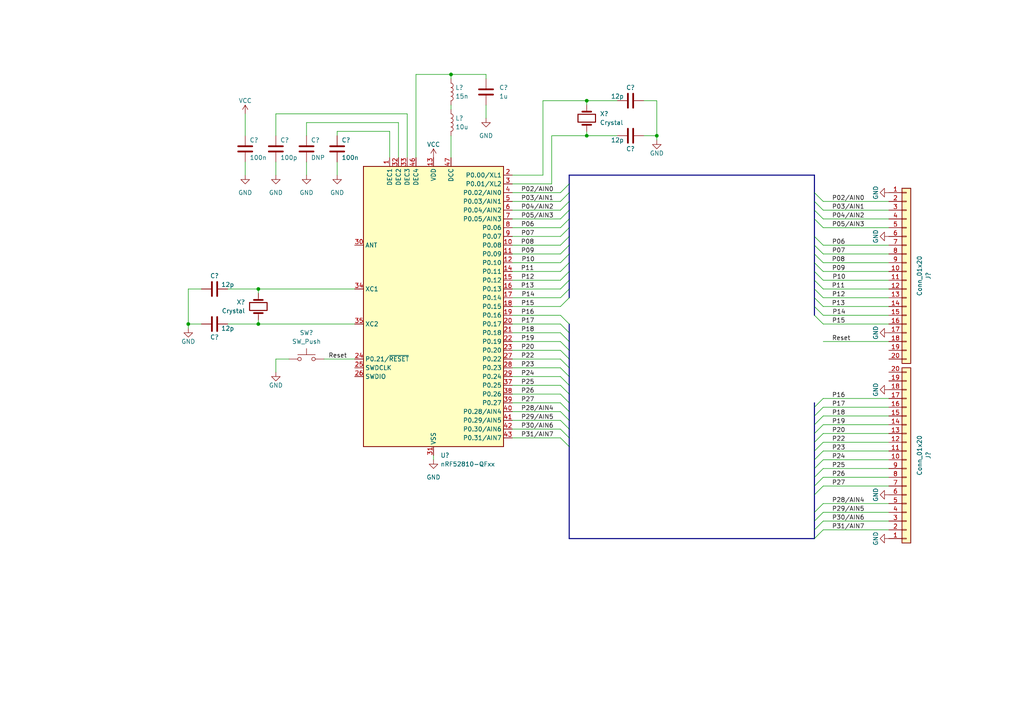
<source format=kicad_sch>
(kicad_sch (version 20211123) (generator eeschema)
  (paper "A4")
  (lib_symbols
    (symbol "Connector_Generic:Conn_01x20" (pin_names (offset 1.016) hide)
      (property "Reference" "J" (at 0 25.4 0))
      (property "Value" "Conn_01x20" (at 0 -27.94 0))
      (symbol "Conn_01x20_1_1"
        (rectangle (start -1.27 -25.273) (end 0 -25.527) (stroke (width 0.1524)))
        (rectangle (start -1.27 -22.733) (end 0 -22.987) (stroke (width 0.1524)))
        (rectangle (start -1.27 -20.193) (end 0 -20.447) (stroke (width 0.1524)))
        (rectangle (start -1.27 -17.653) (end 0 -17.907) (stroke (width 0.1524)))
        (rectangle (start -1.27 -15.113) (end 0 -15.367) (stroke (width 0.1524)))
        (rectangle (start -1.27 -12.573) (end 0 -12.827) (stroke (width 0.1524)))
        (rectangle (start -1.27 -10.033) (end 0 -10.287) (stroke (width 0.1524)))
        (rectangle (start -1.27 -7.493) (end 0 -7.747) (stroke (width 0.1524)))
        (rectangle (start -1.27 -4.953) (end 0 -5.207) (stroke (width 0.1524)))
        (rectangle (start -1.27 -2.413) (end 0 -2.667) (stroke (width 0.1524)))
        (rectangle (start -1.27 0.127) (end 0 -0.127) (stroke (width 0.1524)))
        (rectangle (start -1.27 2.667) (end 0 2.413) (stroke (width 0.1524)))
        (rectangle (start -1.27 5.207) (end 0 4.953) (stroke (width 0.1524)))
        (rectangle (start -1.27 7.747) (end 0 7.493) (stroke (width 0.1524)))
        (rectangle (start -1.27 10.287) (end 0 10.033) (stroke (width 0.1524)))
        (rectangle (start -1.27 12.827) (end 0 12.573) (stroke (width 0.1524)))
        (rectangle (start -1.27 15.367) (end 0 15.113) (stroke (width 0.1524)))
        (rectangle (start -1.27 17.907) (end 0 17.653) (stroke (width 0.1524)))
        (rectangle (start -1.27 20.447) (end 0 20.193) (stroke (width 0.1524)))
        (rectangle (start -1.27 22.987) (end 0 22.733) (stroke (width 0.1524)))
        (rectangle (start -1.27 24.13) (end 1.27 -26.67) (stroke (width 0.254)) (fill (type background)))
        (pin passive line (at -5.08 22.86 0) (length 3.81) (name "Pin_1") (number "1"))
        (pin passive line (at -5.08 0 0) (length 3.81) (name "Pin_10") (number "10"))
        (pin passive line (at -5.08 -2.54 0) (length 3.81) (name "Pin_11") (number "11"))
        (pin passive line (at -5.08 -5.08 0) (length 3.81) (name "Pin_12") (number "12"))
        (pin passive line (at -5.08 -7.62 0) (length 3.81) (name "Pin_13") (number "13"))
        (pin passive line (at -5.08 -10.16 0) (length 3.81) (name "Pin_14") (number "14"))
        (pin passive line (at -5.08 -12.7 0) (length 3.81) (name "Pin_15") (number "15"))
        (pin passive line (at -5.08 -15.24 0) (length 3.81) (name "Pin_16") (number "16"))
        (pin passive line (at -5.08 -17.78 0) (length 3.81) (name "Pin_17") (number "17"))
        (pin passive line (at -5.08 -20.32 0) (length 3.81) (name "Pin_18") (number "18"))
        (pin passive line (at -5.08 -22.86 0) (length 3.81) (name "Pin_19") (number "19"))
        (pin passive line (at -5.08 20.32 0) (length 3.81) (name "Pin_2") (number "2"))
        (pin passive line (at -5.08 -25.4 0) (length 3.81) (name "Pin_20") (number "20"))
        (pin passive line (at -5.08 17.78 0) (length 3.81) (name "Pin_3") (number "3"))
        (pin passive line (at -5.08 15.24 0) (length 3.81) (name "Pin_4") (number "4"))
        (pin passive line (at -5.08 12.7 0) (length 3.81) (name "Pin_5") (number "5"))
        (pin passive line (at -5.08 10.16 0) (length 3.81) (name "Pin_6") (number "6"))
        (pin passive line (at -5.08 7.62 0) (length 3.81) (name "Pin_7") (number "7"))
        (pin passive line (at -5.08 5.08 0) (length 3.81) (name "Pin_8") (number "8"))
        (pin passive line (at -5.08 2.54 0) (length 3.81) (name "Pin_9") (number "9"))
      )
    )
    (symbol "Device:C" (pin_numbers hide) (pin_names (offset 0.254))
      (property "Reference" "C" (at 0.635 2.54 0))
      (property "Value" "C" (at 0.635 -2.54 0))
      (symbol "C_0_1"
        (polyline (pts (xy -2.032 -0.762) (xy 2.032 -0.762)) (stroke (width 0.508)))
        (polyline (pts (xy -2.032 0.762) (xy 2.032 0.762)) (stroke (width 0.508)))
      )
      (symbol "C_1_1"
        (pin passive line (at 0 3.81 270) (length 2.794) (name "~") (number "1"))
        (pin passive line (at 0 -3.81 90) (length 2.794) (name "~") (number "2"))
      )
    )
    (symbol "Device:Crystal" (pin_numbers hide) (pin_names (offset 1.016) hide)
      (property "Reference" "Y" (at 0 3.81 0))
      (property "Value" "Crystal" (at 0 -3.81 0))
      (symbol "Crystal_0_1"
        (rectangle (start -1.143 2.54) (end 1.143 -2.54) (stroke (width 0.3048)))
        (polyline (pts (xy -2.54 0) (xy -1.905 0)))
        (polyline (pts (xy -1.905 -1.27) (xy -1.905 1.27)) (stroke (width 0.508)))
        (polyline (pts (xy 1.905 -1.27) (xy 1.905 1.27)) (stroke (width 0.508)))
        (polyline (pts (xy 2.54 0) (xy 1.905 0)))
      )
      (symbol "Crystal_1_1"
        (pin passive line (at -3.81 0 0) (length 1.27) (name "1") (number "1"))
        (pin passive line (at 3.81 0 180) (length 1.27) (name "2") (number "2"))
      )
    )
    (symbol "Device:L" (pin_numbers hide) (pin_names (offset 1.016) hide)
      (property "Reference" "L" (at -1.27 0 90))
      (property "Value" "L" (at 1.905 0 90))
      (symbol "L_0_1"
        (arc (start 0 -2.54) (mid 0.635 -1.905) (end 0 -1.27))
        (arc (start 0 -1.27) (mid 0.635 -0.635) (end 0 0))
        (arc (start 0 0) (mid 0.635 0.635) (end 0 1.27))
        (arc (start 0 1.27) (mid 0.635 1.905) (end 0 2.54))
      )
      (symbol "L_1_1"
        (pin passive line (at 0 3.81 270) (length 1.27) (name "1") (number "1"))
        (pin passive line (at 0 -3.81 90) (length 1.27) (name "2") (number "2"))
      )
    )
    (symbol "MCU_Nordic:nRF52810-QFxx"
      (property "Reference" "U" (at 0 1.27 0))
      (property "Value" "nRF52810-QFxx" (at 0 -1.27 0))
      (symbol "nRF52810-QFxx_0_1"
        (rectangle (start -20.32 40.64) (end 20.32 -40.64) (stroke (width 0.254)) (fill (type background)))
      )
      (symbol "nRF52810-QFxx_1_1"
        (pin passive line (at -12.7 43.18 270) (length 2.54) (name "DEC1") (number "1"))
        (pin bidirectional line (at 22.86 17.78 180) (length 2.54) (name "P0.08") (number "10"))
        (pin bidirectional line (at 22.86 15.24 180) (length 2.54) (name "P0.09") (number "11"))
        (pin bidirectional line (at 22.86 12.7 180) (length 2.54) (name "P0.10") (number "12"))
        (pin power_in line (at 0 43.18 270) (length 2.54) (name "VDD") (number "13"))
        (pin bidirectional line (at 22.86 10.16 180) (length 2.54) (name "P0.11") (number "14"))
        (pin bidirectional line (at 22.86 7.62 180) (length 2.54) (name "P0.12") (number "15"))
        (pin bidirectional line (at 22.86 5.08 180) (length 2.54) (name "P0.13") (number "16"))
        (pin bidirectional line (at 22.86 2.54 180) (length 2.54) (name "P0.14") (number "17"))
        (pin bidirectional line (at 22.86 0 180) (length 2.54) (name "P0.15") (number "18"))
        (pin bidirectional line (at 22.86 -2.54 180) (length 2.54) (name "P0.16") (number "19"))
        (pin bidirectional line (at 22.86 38.1 180) (length 2.54) (name "P0.00/XL1") (number "2"))
        (pin bidirectional line (at 22.86 -5.08 180) (length 2.54) (name "P0.17") (number "20"))
        (pin bidirectional line (at 22.86 -7.62 180) (length 2.54) (name "P0.18") (number "21"))
        (pin bidirectional line (at 22.86 -10.16 180) (length 2.54) (name "P0.19") (number "22"))
        (pin bidirectional line (at 22.86 -12.7 180) (length 2.54) (name "P0.20") (number "23"))
        (pin bidirectional line (at -22.86 -15.24 0) (length 2.54) (name "P0.21/~{RESET}") (number "24"))
        (pin input line (at -22.86 -17.78 0) (length 2.54) (name "SWDCLK") (number "25"))
        (pin bidirectional line (at -22.86 -20.32 0) (length 2.54) (name "SWDIO") (number "26"))
        (pin bidirectional line (at 22.86 -15.24 180) (length 2.54) (name "P0.22") (number "27"))
        (pin bidirectional line (at 22.86 -17.78 180) (length 2.54) (name "P0.23") (number "28"))
        (pin bidirectional line (at 22.86 -20.32 180) (length 2.54) (name "P0.24") (number "29"))
        (pin bidirectional line (at 22.86 35.56 180) (length 2.54) (name "P0.01/XL2") (number "3"))
        (pin passive line (at -22.86 17.78 0) (length 2.54) (name "ANT") (number "30"))
        (pin power_in line (at 0 -43.18 90) (length 2.54) (name "VSS") (number "31"))
        (pin passive line (at -10.16 43.18 270) (length 2.54) (name "DEC2") (number "32"))
        (pin passive line (at -7.62 43.18 270) (length 2.54) (name "DEC3") (number "33"))
        (pin input line (at -22.86 5.08 0) (length 2.54) (name "XC1") (number "34"))
        (pin input line (at -22.86 -5.08 0) (length 2.54) (name "XC2") (number "35"))
        (pin passive line (at 0 43.18 270) (length 2.54) hide (name "VDD") (number "36"))
        (pin bidirectional line (at 22.86 -22.86 180) (length 2.54) (name "P0.25") (number "37"))
        (pin bidirectional line (at 22.86 -25.4 180) (length 2.54) (name "P0.26") (number "38"))
        (pin bidirectional line (at 22.86 -27.94 180) (length 2.54) (name "P0.27") (number "39"))
        (pin bidirectional line (at 22.86 33.02 180) (length 2.54) (name "P0.02/AIN0") (number "4"))
        (pin bidirectional line (at 22.86 -30.48 180) (length 2.54) (name "P0.28/AIN4") (number "40"))
        (pin bidirectional line (at 22.86 -33.02 180) (length 2.54) (name "P0.29/AIN5") (number "41"))
        (pin bidirectional line (at 22.86 -35.56 180) (length 2.54) (name "P0.30/AIN6") (number "42"))
        (pin bidirectional line (at 22.86 -38.1 180) (length 2.54) (name "P0.31/AIN7") (number "43"))
        (pin no_connect line (at -20.32 -30.48 0) (length 2.54) hide (name "NC") (number "44"))
        (pin passive line (at 0 -43.18 90) (length 2.54) hide (name "VSS") (number "45"))
        (pin passive line (at -5.08 43.18 270) (length 2.54) (name "DEC4") (number "46"))
        (pin power_out line (at 5.08 43.18 270) (length 2.54) (name "DCC") (number "47"))
        (pin passive line (at 0 43.18 270) (length 2.54) hide (name "VDD") (number "48"))
        (pin passive line (at 0 -43.18 90) (length 2.54) hide (name "VSS") (number "49"))
        (pin bidirectional line (at 22.86 30.48 180) (length 2.54) (name "P0.03/AIN1") (number "5"))
        (pin bidirectional line (at 22.86 27.94 180) (length 2.54) (name "P0.04/AIN2") (number "6"))
        (pin bidirectional line (at 22.86 25.4 180) (length 2.54) (name "P0.05/AIN3") (number "7"))
        (pin bidirectional line (at 22.86 22.86 180) (length 2.54) (name "P0.06") (number "8"))
        (pin bidirectional line (at 22.86 20.32 180) (length 2.54) (name "P0.07") (number "9"))
      )
    )
    (symbol "Switch:SW_Push" (pin_numbers hide) (pin_names (offset 1.016) hide)
      (property "Reference" "SW" (at 1.27 2.54 0))
      (property "Value" "SW_Push" (at 0 -1.524 0))
      (symbol "SW_Push_0_1"
        (circle (center -2.032 0) (radius 0.508))
        (polyline (pts (xy 0 1.27) (xy 0 3.048)))
        (polyline (pts (xy 2.54 1.27) (xy -2.54 1.27)))
        (circle (center 2.032 0) (radius 0.508))
        (pin passive line (at -5.08 0 0) (length 2.54) (name "1") (number "1"))
        (pin passive line (at 5.08 0 180) (length 2.54) (name "2") (number "2"))
      )
    )
    (symbol "power:GND" (power) (pin_names (offset 0))
      (property "Value" "GND" (at 0 -3.81 0))
      (symbol "GND_0_1"
        (polyline (pts (xy 0 0) (xy 0 -1.27) (xy 1.27 -1.27) (xy 0 -2.54) (xy -1.27 -1.27) (xy 0 -1.27)))
      )
      (symbol "GND_1_1"
        (pin power_in line (at 0 0 270) (length 0) hide (name "GND") (number "1"))
      )
    )
    (symbol "power:VCC" (power) (pin_names (offset 0))
      (property "Value" "VCC" (at 0 3.81 0))
      (symbol "VCC_0_1"
        (polyline (pts (xy -0.762 1.27) (xy 0 2.54)))
        (polyline (pts (xy 0 0) (xy 0 2.54)))
        (polyline (pts (xy 0 2.54) (xy 0.762 1.27)))
      )
      (symbol "VCC_1_1"
        (pin power_in line (at 0 0 90) (length 0) hide (name "VCC") (number "1"))
      )
    )
  )
  (junction (at 190.5 39.37))
  (junction (at 170.18 39.37))
  (junction (at 54.61 93.98))
  (junction (at 74.93 93.98))
  (junction (at 130.81 21.59))
  (junction (at 74.93 83.82))
  (junction (at 170.18 29.21))
  (bus_entry (at 162.56 55.88) (size 2.54 -2.54))
  (bus_entry (at 236.22 123.19) (size 2.54 -2.54))
  (bus_entry (at 162.56 86.36) (size 2.54 -2.54))
  (bus_entry (at 162.56 81.28) (size 2.54 -2.54))
  (bus_entry (at 162.56 78.74) (size 2.54 -2.54))
  (bus_entry (at 162.56 83.82) (size 2.54 -2.54))
  (bus_entry (at 162.56 71.12) (size 2.54 -2.54))
  (bus_entry (at 162.56 63.5) (size 2.54 -2.54))
  (bus_entry (at 162.56 66.04) (size 2.54 -2.54))
  (bus_entry (at 162.56 68.58) (size 2.54 -2.54))
  (bus_entry (at 162.56 60.96) (size 2.54 -2.54))
  (bus_entry (at 162.56 58.42) (size 2.54 -2.54))
  (bus_entry (at 162.56 88.9) (size 2.54 -2.54))
  (bus_entry (at 162.56 76.2) (size 2.54 -2.54))
  (bus_entry (at 162.56 73.66) (size 2.54 -2.54))
  (bus_entry (at 236.22 130.81) (size 2.54 -2.54))
  (bus_entry (at 236.22 156.21) (size 2.54 -2.54))
  (bus_entry (at 236.22 135.89) (size 2.54 -2.54))
  (bus_entry (at 236.22 128.27) (size 2.54 -2.54))
  (bus_entry (at 236.22 133.35) (size 2.54 -2.54))
  (bus_entry (at 236.22 151.13) (size 2.54 -2.54))
  (bus_entry (at 236.22 153.67) (size 2.54 -2.54))
  (bus_entry (at 236.22 143.51) (size 2.54 -2.54))
  (bus_entry (at 162.56 91.44) (size 2.54 2.54))
  (bus_entry (at 236.22 120.65) (size 2.54 -2.54))
  (bus_entry (at 236.22 88.9) (size 2.54 2.54))
  (bus_entry (at 236.22 83.82) (size 2.54 2.54))
  (bus_entry (at 236.22 81.28) (size 2.54 2.54))
  (bus_entry (at 236.22 78.74) (size 2.54 2.54))
  (bus_entry (at 236.22 76.2) (size 2.54 2.54))
  (bus_entry (at 236.22 73.66) (size 2.54 2.54))
  (bus_entry (at 236.22 71.12) (size 2.54 2.54))
  (bus_entry (at 236.22 58.42) (size 2.54 2.54))
  (bus_entry (at 236.22 55.88) (size 2.54 2.54))
  (bus_entry (at 236.22 91.44) (size 2.54 2.54))
  (bus_entry (at 236.22 86.36) (size 2.54 2.54))
  (bus_entry (at 236.22 60.96) (size 2.54 2.54))
  (bus_entry (at 236.22 63.5) (size 2.54 2.54))
  (bus_entry (at 236.22 68.58) (size 2.54 2.54))
  (bus_entry (at 236.22 125.73) (size 2.54 -2.54))
  (bus_entry (at 236.22 140.97) (size 2.54 -2.54))
  (bus_entry (at 162.56 111.76) (size 2.54 2.54))
  (bus_entry (at 162.56 114.3) (size 2.54 2.54))
  (bus_entry (at 162.56 119.38) (size 2.54 2.54))
  (bus_entry (at 162.56 116.84) (size 2.54 2.54))
  (bus_entry (at 162.56 124.46) (size 2.54 2.54))
  (bus_entry (at 162.56 121.92) (size 2.54 2.54))
  (bus_entry (at 162.56 127) (size 2.54 2.54))
  (bus_entry (at 162.56 101.6) (size 2.54 2.54))
  (bus_entry (at 162.56 106.68) (size 2.54 2.54))
  (bus_entry (at 162.56 104.14) (size 2.54 2.54))
  (bus_entry (at 162.56 109.22) (size 2.54 2.54))
  (bus_entry (at 162.56 96.52) (size 2.54 2.54))
  (bus_entry (at 162.56 93.98) (size 2.54 2.54))
  (bus_entry (at 162.56 99.06) (size 2.54 2.54))
  (bus_entry (at 238.76 115.57) (size -2.54 2.54))
  (bus_entry (at 236.22 148.59) (size 2.54 -2.54))
  (bus_entry (at 236.22 138.43) (size 2.54 -2.54))
  (wire (pts (xy 257.81 138.43) (xy 238.76 138.43)))
  (bus (pts (xy 165.1 99.06) (xy 165.1 101.6)))
  (wire (pts (xy 97.79 46.99) (xy 97.79 50.8)))
  (wire (pts (xy 71.12 46.99) (xy 71.12 50.8)))
  (bus (pts (xy 236.22 151.13) (xy 236.22 148.59)))
  (wire (pts (xy 54.61 83.82) (xy 54.61 93.98)))
  (wire (pts (xy 160.02 53.34) (xy 160.02 39.37)))
  (wire (pts (xy 148.59 101.6) (xy 162.56 101.6)))
  (wire (pts (xy 80.01 104.14) (xy 80.01 107.95)))
  (wire (pts (xy 257.81 120.65) (xy 238.76 120.65)))
  (wire (pts (xy 257.81 91.44) (xy 238.76 91.44)))
  (bus (pts (xy 236.22 73.66) (xy 236.22 76.2)))
  (wire (pts (xy 148.59 99.06) (xy 162.56 99.06)))
  (bus (pts (xy 165.1 124.46) (xy 165.1 127)))
  (wire (pts (xy 148.59 111.76) (xy 162.56 111.76)))
  (wire (pts (xy 179.07 29.21) (xy 170.18 29.21)))
  (wire (pts (xy 148.59 104.14) (xy 162.56 104.14)))
  (bus (pts (xy 236.22 123.19) (xy 236.22 120.65)))
  (wire (pts (xy 257.81 71.12) (xy 238.76 71.12)))
  (bus (pts (xy 236.22 68.58) (xy 236.22 71.12)))
  (wire (pts (xy 148.59 93.98) (xy 162.56 93.98)))
  (wire (pts (xy 257.81 151.13) (xy 238.76 151.13)))
  (wire (pts (xy 257.81 148.59) (xy 238.76 148.59)))
  (wire (pts (xy 97.79 38.1) (xy 113.03 38.1)))
  (bus (pts (xy 165.1 121.92) (xy 165.1 124.46)))
  (wire (pts (xy 148.59 66.04) (xy 162.56 66.04)))
  (bus (pts (xy 236.22 116.84) (xy 236.22 118.11)))
  (wire (pts (xy 148.59 121.92) (xy 162.56 121.92)))
  (wire (pts (xy 80.01 46.99) (xy 80.01 50.8)))
  (bus (pts (xy 236.22 76.2) (xy 236.22 78.74)))
  (wire (pts (xy 88.9 46.99) (xy 88.9 50.8)))
  (wire (pts (xy 170.18 39.37) (xy 170.18 38.1)))
  (wire (pts (xy 257.81 153.67) (xy 238.76 153.67)))
  (wire (pts (xy 148.59 96.52) (xy 162.56 96.52)))
  (wire (pts (xy 74.93 83.82) (xy 102.87 83.82)))
  (bus (pts (xy 165.1 53.34) (xy 165.1 50.8)))
  (wire (pts (xy 148.59 119.38) (xy 162.56 119.38)))
  (bus (pts (xy 165.1 93.98) (xy 165.1 96.52)))
  (wire (pts (xy 190.5 39.37) (xy 190.5 40.64)))
  (wire (pts (xy 80.01 39.37) (xy 80.01 33.02)))
  (wire (pts (xy 66.04 83.82) (xy 74.93 83.82)))
  (wire (pts (xy 257.81 118.11) (xy 238.76 118.11)))
  (bus (pts (xy 236.22 60.96) (xy 236.22 63.5)))
  (bus (pts (xy 165.1 81.28) (xy 165.1 78.74)))
  (bus (pts (xy 165.1 111.76) (xy 165.1 114.3)))
  (wire (pts (xy 120.65 21.59) (xy 130.81 21.59)))
  (wire (pts (xy 148.59 88.9) (xy 162.56 88.9)))
  (wire (pts (xy 160.02 39.37) (xy 170.18 39.37)))
  (wire (pts (xy 115.57 35.56) (xy 88.9 35.56)))
  (wire (pts (xy 257.81 81.28) (xy 238.76 81.28)))
  (bus (pts (xy 165.1 109.22) (xy 165.1 111.76)))
  (bus (pts (xy 236.22 118.11) (xy 236.22 120.65)))
  (bus (pts (xy 165.1 63.5) (xy 165.1 60.96)))
  (wire (pts (xy 113.03 38.1) (xy 113.03 45.72)))
  (wire (pts (xy 97.79 38.1) (xy 97.79 39.37)))
  (wire (pts (xy 148.59 73.66) (xy 162.56 73.66)))
  (bus (pts (xy 236.22 140.97) (xy 236.22 138.43)))
  (wire (pts (xy 115.57 35.56) (xy 115.57 45.72)))
  (wire (pts (xy 148.59 78.74) (xy 162.56 78.74)))
  (wire (pts (xy 257.81 83.82) (xy 238.76 83.82)))
  (wire (pts (xy 83.82 104.14) (xy 80.01 104.14)))
  (wire (pts (xy 238.76 99.06) (xy 257.81 99.06)))
  (wire (pts (xy 130.81 39.37) (xy 130.81 45.72)))
  (wire (pts (xy 148.59 106.68) (xy 162.56 106.68)))
  (wire (pts (xy 148.59 91.44) (xy 162.56 91.44)))
  (wire (pts (xy 257.81 88.9) (xy 238.76 88.9)))
  (wire (pts (xy 257.81 135.89) (xy 238.76 135.89)))
  (bus (pts (xy 236.22 55.88) (xy 236.22 58.42)))
  (bus (pts (xy 236.22 156.21) (xy 236.22 153.67)))
  (wire (pts (xy 74.93 93.98) (xy 102.87 93.98)))
  (bus (pts (xy 236.22 133.35) (xy 236.22 130.81)))
  (wire (pts (xy 257.81 133.35) (xy 238.76 133.35)))
  (wire (pts (xy 140.97 30.48) (xy 140.97 34.29)))
  (wire (pts (xy 257.81 76.2) (xy 238.76 76.2)))
  (bus (pts (xy 165.1 104.14) (xy 165.1 106.68)))
  (bus (pts (xy 165.1 156.21) (xy 236.22 156.21)))
  (wire (pts (xy 148.59 124.46) (xy 162.56 124.46)))
  (wire (pts (xy 257.81 78.74) (xy 238.76 78.74)))
  (bus (pts (xy 165.1 101.6) (xy 165.1 104.14)))
  (bus (pts (xy 165.1 78.74) (xy 165.1 76.2)))
  (bus (pts (xy 236.22 83.82) (xy 236.22 86.36)))
  (bus (pts (xy 236.22 58.42) (xy 236.22 60.96)))
  (wire (pts (xy 257.81 66.04) (xy 238.76 66.04)))
  (bus (pts (xy 236.22 130.81) (xy 236.22 128.27)))
  (wire (pts (xy 257.81 73.66) (xy 238.76 73.66)))
  (wire (pts (xy 257.81 63.5) (xy 238.76 63.5)))
  (bus (pts (xy 236.22 153.67) (xy 236.22 151.13)))
  (bus (pts (xy 165.1 114.3) (xy 165.1 116.84)))
  (wire (pts (xy 120.65 21.59) (xy 120.65 45.72)))
  (wire (pts (xy 257.81 58.42) (xy 238.76 58.42)))
  (wire (pts (xy 257.81 125.73) (xy 238.76 125.73)))
  (bus (pts (xy 236.22 86.36) (xy 236.22 88.9)))
  (wire (pts (xy 93.98 104.14) (xy 102.87 104.14)))
  (wire (pts (xy 257.81 130.81) (xy 238.76 130.81)))
  (wire (pts (xy 118.11 33.02) (xy 118.11 45.72)))
  (bus (pts (xy 236.22 78.74) (xy 236.22 81.28)))
  (bus (pts (xy 165.1 106.68) (xy 165.1 109.22)))
  (bus (pts (xy 236.22 125.73) (xy 236.22 123.19)))
  (wire (pts (xy 140.97 22.86) (xy 140.97 21.59)))
  (wire (pts (xy 148.59 68.58) (xy 162.56 68.58)))
  (bus (pts (xy 165.1 127) (xy 165.1 129.54)))
  (wire (pts (xy 148.59 58.42) (xy 162.56 58.42)))
  (wire (pts (xy 257.81 93.98) (xy 238.76 93.98)))
  (wire (pts (xy 186.69 39.37) (xy 190.5 39.37)))
  (bus (pts (xy 165.1 50.8) (xy 236.22 50.8)))
  (wire (pts (xy 238.76 115.57) (xy 257.81 115.57)))
  (wire (pts (xy 257.81 123.19) (xy 238.76 123.19)))
  (bus (pts (xy 165.1 129.54) (xy 165.1 156.21)))
  (wire (pts (xy 170.18 39.37) (xy 179.07 39.37)))
  (wire (pts (xy 257.81 140.97) (xy 238.76 140.97)))
  (wire (pts (xy 74.93 93.98) (xy 74.93 92.71)))
  (bus (pts (xy 165.1 55.88) (xy 165.1 53.34)))
  (wire (pts (xy 170.18 29.21) (xy 157.48 29.21)))
  (bus (pts (xy 165.1 73.66) (xy 165.1 71.12)))
  (wire (pts (xy 74.93 83.82) (xy 74.93 85.09)))
  (bus (pts (xy 236.22 63.5) (xy 236.22 68.58)))
  (wire (pts (xy 148.59 114.3) (xy 162.56 114.3)))
  (bus (pts (xy 165.1 60.96) (xy 165.1 58.42)))
  (bus (pts (xy 236.22 50.8) (xy 236.22 55.88)))
  (wire (pts (xy 71.12 33.02) (xy 71.12 39.37)))
  (bus (pts (xy 236.22 143.51) (xy 236.22 140.97)))
  (bus (pts (xy 236.22 81.28) (xy 236.22 83.82)))
  (bus (pts (xy 236.22 135.89) (xy 236.22 133.35)))
  (wire (pts (xy 74.93 93.98) (xy 66.04 93.98)))
  (wire (pts (xy 148.59 55.88) (xy 162.56 55.88)))
  (wire (pts (xy 130.81 30.48) (xy 130.81 31.75)))
  (bus (pts (xy 165.1 76.2) (xy 165.1 73.66)))
  (wire (pts (xy 54.61 93.98) (xy 54.61 95.25)))
  (bus (pts (xy 165.1 68.58) (xy 165.1 66.04)))
  (wire (pts (xy 148.59 109.22) (xy 162.56 109.22)))
  (wire (pts (xy 148.59 63.5) (xy 162.56 63.5)))
  (wire (pts (xy 130.81 21.59) (xy 130.81 22.86)))
  (wire (pts (xy 257.81 86.36) (xy 238.76 86.36)))
  (wire (pts (xy 170.18 29.21) (xy 170.18 30.48)))
  (wire (pts (xy 148.59 86.36) (xy 162.56 86.36)))
  (wire (pts (xy 148.59 76.2) (xy 162.56 76.2)))
  (wire (pts (xy 148.59 116.84) (xy 162.56 116.84)))
  (bus (pts (xy 165.1 58.42) (xy 165.1 55.88)))
  (wire (pts (xy 58.42 83.82) (xy 54.61 83.82)))
  (bus (pts (xy 165.1 116.84) (xy 165.1 119.38)))
  (wire (pts (xy 58.42 93.98) (xy 54.61 93.98)))
  (wire (pts (xy 257.81 128.27) (xy 238.76 128.27)))
  (wire (pts (xy 125.73 132.08) (xy 125.73 133.35)))
  (bus (pts (xy 165.1 66.04) (xy 165.1 63.5)))
  (wire (pts (xy 148.59 60.96) (xy 162.56 60.96)))
  (wire (pts (xy 190.5 29.21) (xy 190.5 39.37)))
  (bus (pts (xy 165.1 71.12) (xy 165.1 68.58)))
  (wire (pts (xy 148.59 53.34) (xy 160.02 53.34)))
  (wire (pts (xy 148.59 71.12) (xy 162.56 71.12)))
  (wire (pts (xy 257.81 60.96) (xy 238.76 60.96)))
  (wire (pts (xy 186.69 29.21) (xy 190.5 29.21)))
  (bus (pts (xy 236.22 138.43) (xy 236.22 135.89)))
  (wire (pts (xy 80.01 33.02) (xy 118.11 33.02)))
  (bus (pts (xy 236.22 88.9) (xy 236.22 91.44)))
  (bus (pts (xy 236.22 148.59) (xy 236.22 143.51)))
  (wire (pts (xy 257.81 146.05) (xy 238.76 146.05)))
  (wire (pts (xy 130.81 21.59) (xy 140.97 21.59)))
  (wire (pts (xy 148.59 81.28) (xy 162.56 81.28)))
  (wire (pts (xy 88.9 35.56) (xy 88.9 39.37)))
  (wire (pts (xy 148.59 127) (xy 162.56 127)))
  (bus (pts (xy 236.22 71.12) (xy 236.22 73.66)))
  (bus (pts (xy 165.1 86.36) (xy 165.1 83.82)))
  (wire (pts (xy 157.48 29.21) (xy 157.48 50.8)))
  (bus (pts (xy 165.1 83.82) (xy 165.1 81.28)))
  (bus (pts (xy 165.1 119.38) (xy 165.1 121.92)))
  (bus (pts (xy 236.22 128.27) (xy 236.22 125.73)))
  (wire (pts (xy 148.59 50.8) (xy 157.48 50.8)))
  (wire (pts (xy 148.59 83.82) (xy 162.56 83.82)))
  (bus (pts (xy 165.1 96.52) (xy 165.1 99.06)))
  (label "Reset" (at 95.25 104.14 0))
  (label "P11" (at 151.0635 78.74 0))
  (label "P08" (at 241.2335 76.2 0))
  (label "P22" (at 241.3 128.27 0))
  (label "P31{slash}AIN7" (at 241.3 153.67 0))
  (label "P28{slash}AIN4" (at 241.3 146.05 0))
  (label "P24" (at 241.3 133.35 0))
  (label "P04{slash}AIN2" (at 241.3 63.5 0))
  (label "P27" (at 151.13 116.84 0))
  (label "P16" (at 151.13 91.44 0))
  (label "P04{slash}AIN2" (at 151.13 60.96 0))
  (label "P20" (at 151.13 101.6 0))
  (label "P11" (at 241.2335 83.82 0))
  (label "P07" (at 151.13 68.58 0))
  (label "P29{slash}AIN5" (at 151.13 121.92 0))
  (label "P05{slash}AIN3" (at 151.13 63.5 0))
  (label "P05{slash}AIN3" (at 241.3 66.04 0))
  (label "P16" (at 241.3 115.57 0))
  (label "P09" (at 241.2902 78.74 0))
  (label "P26" (at 151.13 114.3 0))
  (label "P19" (at 151.13 99.06 0))
  (label "P10" (at 151.2335 76.2 0))
  (label "P03{slash}AIN1" (at 151.13 58.42 0))
  (label "P14" (at 241.4035 91.44 0))
  (label "P25" (at 151.13 111.76 0))
  (label "P30{slash}AIN6" (at 151.13 124.46 0))
  (label "P17" (at 241.3 118.11 0))
  (label "P23" (at 151.13 106.68 0))
  (label "P12" (at 241.3 86.36 0))
  (label "Reset" (at 241.3 99.06 0))
  (label "P19" (at 241.3 123.19 0))
  (label "P03{slash}AIN1" (at 241.3 60.96 0))
  (label "P20" (at 241.3 125.73 0))
  (label "P13" (at 151.0635 83.82 0))
  (label "P29{slash}AIN5" (at 241.3 148.59 0))
  (label "P25" (at 241.3 135.89 0))
  (label "P15" (at 241.3 93.98 0))
  (label "P14" (at 151.2335 86.36 0))
  (label "P06" (at 241.3 71.12 0))
  (label "P18" (at 151.13 96.52 0))
  (label "P23" (at 241.3 130.81 0))
  (label "P10" (at 241.4035 81.28 0))
  (label "P26" (at 241.3 138.43 0))
  (label "P06" (at 151.13 66.04 0))
  (label "P24" (at 151.13 109.22 0))
  (label "P18" (at 241.3 120.65 0))
  (label "P15" (at 151.13 88.9 0))
  (label "P17" (at 151.13 93.98 0))
  (label "P12" (at 151.13 81.28 0))
  (label "P07" (at 241.3 73.66 0))
  (label "P09" (at 151.1202 73.66 0))
  (label "P02{slash}AIN0" (at 241.3 58.42 0))
  (label "P02{slash}AIN0" (at 151.13 55.88 0))
  (label "P08" (at 151.0635 71.12 0))
  (label "P22" (at 151.13 104.14 0))
  (label "P13" (at 241.2335 88.9 0))
  (label "P27" (at 241.3 140.97 0))
  (label "P31{slash}AIN7" (at 151.13 127 0))
  (label "P30{slash}AIN6" (at 241.3 151.13 0))
  (label "P28{slash}AIN4" (at 151.13 119.38 0))
  (symbol (lib_id "power:GND") (at 257.81 143.51 270) (mirror x) (unit 1)
    (property "Reference" "#PWR?" (effects hide))
    (property "Value" "GND" (at 254 143.51 0))
  )
  (symbol (lib_id "MCU_Nordic:nRF52810-QFxx") (at 125.73 88.9 0) (unit 1)
    (property "Reference" "U?" (at 127.7494 132.08 0) (effects (justify left)))
    (property "Value" "nRF52810-QFxx" (at 127.7494 134.62 0) (effects (justify left)))
    (property "Footprint" "Package_DFN_QFN:QFN-48-1EP_6x6mm_P0.4mm_EP4.6x4.6mm" (effects hide))
    (property "Datasheet" "http://infocenter.nordicsemi.com/pdf/nRF52810_PS_v1.1.pdf" (effects hide))
  )
  (symbol (lib_id "power:GND") (at 257.81 96.52 270) (unit 1)
    (property "Reference" "#PWR?" (effects hide))
    (property "Value" "GND" (at 254 96.52 0))
  )
  (symbol (lib_id "Device:C") (at 97.79 43.18 0) (unit 1)
    (property "Reference" "C?" (at 99.06 40.64 0) (effects (justify left)))
    (property "Value" "100n" (at 99.06 45.72 0) (effects (justify left)))
  )
  (symbol (lib_id "Device:Crystal") (at 74.93 88.9 270) (mirror x) (unit 1)
    (property "Reference" "X?" (at 71.12 87.6299 90) (effects (justify right)))
    (property "Value" "Crystal" (at 71.12 90.1699 90) (effects (justify right)))
  )
  (symbol (lib_id "Device:C") (at 62.23 83.82 270) (mirror x) (unit 1)
    (property "Reference" "C?" (at 62.23 80.01 90))
    (property "Value" "12p" (at 66.04 82.55 90))
  )
  (symbol (lib_id "Connector_Generic:Conn_01x20") (at 262.89 78.74 0) (unit 1)
    (property "Reference" "J?" (at 269.24 80.01 90))
    (property "Value" "Conn_01x20" (at 266.7 80.01 90))
  )
  (symbol (lib_id "power:GND") (at 80.01 107.95 0) (mirror y) (unit 1)
    (property "Reference" "#PWR?" (effects hide))
    (property "Value" "GND" (at 80.01 111.76 0))
  )
  (symbol (lib_id "Connector_Generic:Conn_01x20") (at 262.89 133.35 0) (mirror x) (unit 1)
    (property "Reference" "J?" (at 269.24 132.08 90))
    (property "Value" "Conn_01x20" (at 266.7 132.08 90))
  )
  (symbol (lib_id "power:VCC") (at 125.73 45.72 0) (unit 1)
    (property "Reference" "#PWR?" (effects hide))
    (property "Value" "VCC" (at 125.73 41.91 0))
  )
  (symbol (lib_id "Device:L") (at 130.81 26.67 0) (unit 1)
    (property "Reference" "L?" (at 132.08 25.3999 0) (effects (justify left)))
    (property "Value" "15n" (at 132.08 27.9399 0) (effects (justify left)))
  )
  (symbol (lib_id "Device:L") (at 130.81 35.56 0) (unit 1)
    (property "Reference" "L?" (at 132.08 34.2899 0) (effects (justify left)))
    (property "Value" "10u" (at 132.08 36.8299 0) (effects (justify left)))
  )
  (symbol (lib_id "Device:Crystal") (at 170.18 34.29 90) (unit 1)
    (property "Reference" "X?" (at 173.99 33.0199 90) (effects (justify right)))
    (property "Value" "Crystal" (at 173.99 35.5599 90) (effects (justify right)))
  )
  (symbol (lib_id "Device:C") (at 182.88 29.21 90) (unit 1)
    (property "Reference" "C?" (at 182.88 25.4 90))
    (property "Value" "12p" (at 179.07 27.94 90))
  )
  (symbol (lib_id "power:GND") (at 80.01 50.8 0) (unit 1)
    (property "Reference" "#PWR?" (effects hide))
    (property "Value" "GND" (at 80.01 55.88 0))
  )
  (symbol (lib_id "power:GND") (at 97.79 50.8 0) (unit 1)
    (property "Reference" "#PWR?" (effects hide))
    (property "Value" "GND" (at 97.79 55.88 0))
  )
  (symbol (lib_id "Device:C") (at 62.23 93.98 270) (mirror x) (unit 1)
    (property "Reference" "C?" (at 62.23 97.79 90))
    (property "Value" "12p" (at 66.04 95.25 90))
  )
  (symbol (lib_id "power:GND") (at 190.5 40.64 0) (unit 1)
    (property "Reference" "#PWR?" (effects hide))
    (property "Value" "GND" (at 190.5 44.45 0))
  )
  (symbol (lib_id "power:VCC") (at 71.12 33.02 0) (unit 1)
    (property "Reference" "#PWR?" (effects hide))
    (property "Value" "VCC" (at 71.12 29.21 0))
  )
  (symbol (lib_id "power:GND") (at 140.97 34.29 0) (unit 1)
    (property "Reference" "#PWR?" (effects hide))
    (property "Value" "GND" (at 140.97 39.37 0))
  )
  (symbol (lib_id "power:GND") (at 257.81 156.21 270) (mirror x) (unit 1)
    (property "Reference" "#PWR?" (effects hide))
    (property "Value" "GND" (at 254 156.21 0))
  )
  (symbol (lib_id "Switch:SW_Push") (at 88.9 104.14 0) (unit 1)
    (property "Reference" "SW?" (at 88.9 96.52 0))
    (property "Value" "SW_Push" (at 88.9 99.06 0))
  )
  (symbol (lib_id "Device:C") (at 80.01 43.18 0) (unit 1)
    (property "Reference" "C?" (at 81.28 40.64 0) (effects (justify left)))
    (property "Value" "100p" (at 81.28 45.72 0) (effects (justify left)))
  )
  (symbol (lib_id "Device:C") (at 140.97 26.67 0) (unit 1)
    (property "Reference" "C?" (at 144.78 25.3999 0) (effects (justify left)))
    (property "Value" "1u" (at 144.78 27.9399 0) (effects (justify left)))
  )
  (symbol (lib_id "power:GND") (at 71.12 50.8 0) (unit 1)
    (property "Reference" "#PWR?" (effects hide))
    (property "Value" "GND" (at 71.12 55.88 0))
  )
  (symbol (lib_id "Device:C") (at 71.12 43.18 0) (unit 1)
    (property "Reference" "C?" (at 72.39 40.64 0) (effects (justify left)))
    (property "Value" "100n" (at 72.39 45.72 0) (effects (justify left)))
  )
  (symbol (lib_id "power:GND") (at 257.81 68.58 270) (unit 1)
    (property "Reference" "#PWR?" (effects hide))
    (property "Value" "GND" (at 254 68.58 0))
  )
  (symbol (lib_id "power:GND") (at 257.81 55.88 270) (unit 1)
    (property "Reference" "#PWR?" (effects hide))
    (property "Value" "GND" (at 254 55.88 0))
  )
  (symbol (lib_id "power:GND") (at 257.81 113.03 270) (mirror x) (unit 1)
    (property "Reference" "#PWR?" (effects hide))
    (property "Value" "GND" (at 254 113.03 0))
  )
  (symbol (lib_id "power:GND") (at 88.9 50.8 0) (unit 1)
    (property "Reference" "#PWR?" (effects hide))
    (property "Value" "GND" (at 88.9 55.88 0))
  )
  (symbol (lib_id "Device:C") (at 88.9 43.18 0) (unit 1)
    (property "Reference" "C?" (at 90.17 40.64 0) (effects (justify left)))
    (property "Value" "DNP" (at 90.17 45.72 0) (effects (justify left)))
  )
  (symbol (lib_id "Device:C") (at 182.88 39.37 90) (unit 1)
    (property "Reference" "C?" (at 182.88 43.18 90))
    (property "Value" "12p" (at 179.07 40.64 90))
  )
  (symbol (lib_id "power:GND") (at 54.61 95.25 0) (mirror y) (unit 1)
    (property "Reference" "#PWR?" (effects hide))
    (property "Value" "GND" (at 54.61 99.06 0))
  )
  (symbol (lib_id "power:GND") (at 125.73 133.35 0) (unit 1)
    (property "Reference" "#PWR?" (effects hide))
    (property "Value" "GND" (at 125.73 138.43 0))
  )
)
</source>
